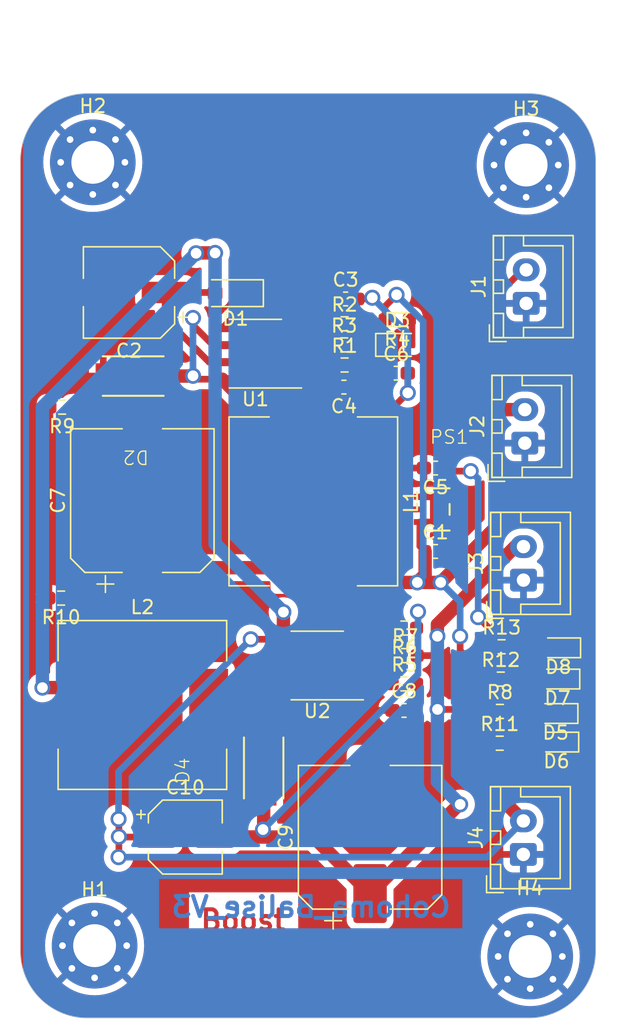
<source format=kicad_pcb>
(kicad_pcb (version 20221018) (generator pcbnew)
  (layers (0 "F.Cu" signal) (31 "B.Cu" signal) (34 "B.Paste" user) (35 "F.Paste" user) (36 "B.SilkS" user "B.Silkscreen") (37 "F.SilkS" user "F.Silkscreen") (38 "B.Mask" user) (39 "F.Mask" user) (44 "Edge.Cuts" user))
  (net 0 "")
  (net 1 "GND")
  (net 2 "+5V")
  (net 3 "Net-(D1-K)")
  (net 4 "Net-(D2-K)")
  (net 5 "Net-(D3-A)")
  (net 6 "Net-(C4-Pad1)")
  (net 7 "+3.3V")
  (net 8 "Net-(C8-Pad2)")
  (net 9 "Routeur")
  (net 10 "Net-(D4-A)")
  (net 11 "Net-(D5-A)")
  (net 12 "Net-(D6-A)")
  (net 13 "Net-(D7-A)")
  (net 14 "Net-(D8-A)")
  (net 16 "Net-(U1-COMP)")
  (net 17 "Net-(U1-FB)")
  (net 18 "Net-(U2-COMP)")
  (net 19 "Net-(U2-FB)")
  (net 21 "+12V")
  (footprint "MountingHole:MountingHole_3.2mm_M3_Pad_Via" (layer "F.Cu") (at 152.480944 56.764256)
    (fp_text reference "H3" (at 0 -4.2) (layer "F.SilkS"))
    (fp_text value "MountingHole_Pad")
    (pad "1" thru_hole circle (at -2.4 0) (size 0.8 0.8) (drill 0.5) (layers "*.Cu" "*.Mask") (net 1 "GND"))
    (pad "1" thru_hole circle (at -1.697056 -1.697056) (size 0.8 0.8) (drill 0.5) (layers "*.Cu" "*.Mask") (net 1 "GND"))
    (pad "1" thru_hole circle (at -1.697056 1.697056) (size 0.8 0.8) (drill 0.5) (layers "*.Cu" "*.Mask") (net 1 "GND"))
    (pad "1" thru_hole circle (at 0 -2.4) (size 0.8 0.8) (drill 0.5) (layers "*.Cu" "*.Mask") (net 1 "GND"))
    (pad "1" thru_hole circle (at 0 0) (size 6.4 6.4) (drill 3.2) (layers "*.Cu" "*.Mask") (net 1 "GND"))
    (pad "1" thru_hole circle (at 0 2.4) (size 0.8 0.8) (drill 0.5) (layers "*.Cu" "*.Mask") (net 1 "GND"))
    (pad "1" thru_hole circle (at 1.697056 -1.697056) (size 0.8 0.8) (drill 0.5) (layers "*.Cu" "*.Mask") (net 1 "GND"))
    (pad "1" thru_hole circle (at 1.697056 1.697056) (size 0.8 0.8) (drill 0.5) (layers "*.Cu" "*.Mask") (net 1 "GND"))
    (pad "1" thru_hole circle (at 2.4 0) (size 0.8 0.8) (drill 0.5) (layers "*.Cu" "*.Mask") (net 1 "GND"))
  )
  (footprint "Resistor_SMD:R_0603_1608Metric_Pad0.98x0.95mm_HandSolder" (layer "F.Cu") (at 142.8477 68.3066 180)
    (fp_text reference "R4" (at 0 -1.43) (layer "F.SilkS"))
    (fp_text value "10Ω")
    (pad "1" smd roundrect (at -0.9125 0 180) (size 0.975 0.95) (layers "F.Cu" "F.Paste" "F.Mask") (net 5 "Net-(D3-A)"))
    (pad "2" smd roundrect (at 0.9125 0 180) (size 0.975 0.95) (layers "F.Cu" "F.Paste" "F.Mask") (net 2 "+5V"))
  )
  (footprint "Capacitor_SMD:C_0603_1608Metric_Pad1.08x0.95mm_HandSolder" (layer "F.Cu") (at 142.7734 72.2944)
    (fp_text reference "C6" (at 0 -1.43) (layer "F.SilkS"))
    (fp_text value "1 µF")
    (pad "1" smd roundrect (at -0.8625 0) (size 1.075 0.95) (layers "F.Cu" "F.Paste" "F.Mask") (net 4 "Net-(D2-K)"))
    (pad "2" smd roundrect (at 0.8625 0) (size 1.075 0.95) (layers "F.Cu" "F.Paste" "F.Mask") (net 4 "Net-(D2-K)"))
  )
  (footprint "Resistor_SMD:R_0603_1608Metric_Pad0.98x0.95mm_HandSolder" (layer "F.Cu") (at 138.8845 70.1862)
    (fp_text reference "R3" (at 0 -1.43) (layer "F.SilkS"))
    (fp_text value "3.7k")
    (pad "1" smd roundrect (at -0.9125 0) (size 0.975 0.95) (layers "F.Cu" "F.Paste" "F.Mask") (net 17 "Net-(U1-FB)"))
    (pad "2" smd roundrect (at 0.9125 0) (size 0.975 0.95) (layers "F.Cu" "F.Paste" "F.Mask") (net 4 "Net-(D2-K)"))
  )
  (footprint "Capacitor_SMD:CP_Elec_10x10.5" (layer "F.Cu") (at 140.8176 106.925 90)
    (fp_text reference "C9" (at 0 -6.3 90) (layer "F.SilkS"))
    (fp_text value "470uF")
    (pad "1" smd roundrect (at -4.2 0 90) (size 4.4 2.5) (layers "F.Cu" "F.Paste" "F.Mask") (roundrect_rratio 0.1) (net 9 "Routeur"))
    (pad "2" smd roundrect (at 4.2 0 90) (size 4.4 2.5) (layers "F.Cu" "F.Paste" "F.Mask") (roundrect_rratio 0.1) (net 1 "GND"))
  )
  (footprint "Resistor_SMD:R_0603_1608Metric_Pad0.98x0.95mm_HandSolder" (layer "F.Cu") (at 143.3838 95.4786)
    (fp_text reference "R5" (at 0 -1.43) (layer "F.SilkS"))
    (fp_text value "1k")
    (pad "1" smd roundrect (at -0.9125 0) (size 0.975 0.95) (layers "F.Cu" "F.Paste" "F.Mask") (net 18 "Net-(U2-COMP)"))
    (pad "2" smd roundrect (at 0.9125 0) (size 0.975 0.95) (layers "F.Cu" "F.Paste" "F.Mask") (net 8 "Net-(C8-Pad2)"))
  )
  (footprint "LED_SMD:LED_0603_1608Metric_Pad1.05x0.95mm_HandSolder" (layer "F.Cu") (at 154.7482 99.822 180)
    (fp_text reference "D6" (at 0 -1.43) (layer "F.SilkS"))
    (fp_text value "LED")
    (pad "1" smd roundrect (at -0.875 0 180) (size 1.05 0.95) (layers "F.Cu" "F.Paste" "F.Mask") (net 1 "GND"))
    (pad "2" smd roundrect (at 0.875 0 180) (size 1.05 0.95) (layers "F.Cu" "F.Paste" "F.Mask") (net 12 "Net-(D6-A)"))
  )
  (footprint "MountingHole:MountingHole_3.2mm_M3_Pad_Via" (layer "F.Cu") (at 120.2306 115.0112)
    (fp_text reference "H1" (at 0 -4.2) (layer "F.SilkS"))
    (fp_text value "MountingHole_Pad")
    (pad "1" thru_hole circle (at -2.4 0) (size 0.8 0.8) (drill 0.5) (layers "*.Cu" "*.Mask") (net 1 "GND"))
    (pad "1" thru_hole circle (at -1.697056 -1.697056) (size 0.8 0.8) (drill 0.5) (layers "*.Cu" "*.Mask") (net 1 "GND"))
    (pad "1" thru_hole circle (at -1.697056 1.697056) (size 0.8 0.8) (drill 0.5) (layers "*.Cu" "*.Mask") (net 1 "GND"))
    (pad "1" thru_hole circle (at 0 -2.4) (size 0.8 0.8) (drill 0.5) (layers "*.Cu" "*.Mask") (net 1 "GND"))
    (pad "1" thru_hole circle (at 0 0) (size 6.4 6.4) (drill 3.2) (layers "*.Cu" "*.Mask") (net 1 "GND"))
    (pad "1" thru_hole circle (at 0 2.4) (size 0.8 0.8) (drill 0.5) (layers "*.Cu" "*.Mask") (net 1 "GND"))
    (pad "1" thru_hole circle (at 1.697056 -1.697056) (size 0.8 0.8) (drill 0.5) (layers "*.Cu" "*.Mask") (net 1 "GND"))
    (pad "1" thru_hole circle (at 1.697056 1.697056) (size 0.8 0.8) (drill 0.5) (layers "*.Cu" "*.Mask") (net 1 "GND"))
    (pad "1" thru_hole circle (at 2.4 0) (size 0.8 0.8) (drill 0.5) (layers "*.Cu" "*.Mask") (net 1 "GND"))
  )
  (footprint "Footprints_Balise:PS1" (layer "F.Cu") (at 146.7339 77.5611)
    (fp_text reference "PS1" (at 0 -0.5 unlocked) (layer "F.SilkS") (effects (font (thickness 0.1))))
    (fp_text value "BU33SD5WG-TR")
    (pad "1" smd rect (at -2.1955 3.9602) (size 0.9144 0.4318) (layers "F.Cu" "F.Paste" "F.Mask") (net 2 "+5V"))
    (pad "2" smd rect (at -2.1955 4.9) (size 0.9144 0.4318) (layers "F.Cu" "F.Paste" "F.Mask") (net 1 "GND"))
    (pad "3" smd rect (at -2.1955 5.8398) (size 0.9144 0.4318) (layers "F.Cu" "F.Paste" "F.Mask") (net 2 "+5V"))
    (pad "4" smd rect (at 0.3953 5.8525) (size 0.9144 0.4318) (layers "F.Cu" "F.Paste" "F.Mask"))
    (pad "5" smd rect (at 0.3953 3.9475) (size 0.9144 0.4318) (layers "F.Cu" "F.Paste" "F.Mask") (net 7 "+3.3V"))
  )
  (footprint "Capacitor_SMD:CP_Elec_5x5.4" (layer "F.Cu") (at 127.0098 106.9086)
    (fp_text reference "C10" (at 0 -3.7) (layer "F.SilkS"))
    (fp_text value "22uF")
    (pad "1" smd roundrect (at -2.2 0) (size 3 1.6) (layers "F.Cu" "F.Paste" "F.Mask") (roundrect_rratio 0.15625) (net 21 "+12V"))
    (pad "2" smd roundrect (at 2.2 0) (size 3 1.6) (layers "F.Cu" "F.Paste" "F.Mask") (roundrect_rratio 0.15625) (net 9 "Routeur"))
  )
  (footprint "Inductor_SMD:L_Wuerth_WE-PD-Typ-LS" (layer "F.Cu") (at 136.5758 81.8612 -90)
    (fp_text reference "L1" (at 0 -7.3 90) (layer "F.SilkS"))
    (fp_text value "100 µH")
    (pad "1" smd rect (at -4.95 0 270) (size 2.9 5.4) (layers "F.Cu" "F.Paste" "F.Mask") (net 4 "Net-(D2-K)"))
    (pad "2" smd rect (at 4.95 0 270) (size 2.9 5.4) (layers "F.Cu" "F.Paste" "F.Mask") (net 2 "+5V"))
  )
  (footprint "Diode_SMD:D_SOD-323F" (layer "F.Cu") (at 142.8507 70.1862)
    (fp_text reference "D3" (at 0 -1.85) (layer "F.SilkS"))
    (fp_text value "1N4148")
    (pad "1" smd roundrect (at -1.1 0) (size 0.5 0.5) (layers "F.Cu" "F.Paste" "F.Mask") (net 4 "Net-(D2-K)"))
    (pad "2" smd roundrect (at 1.1 0) (size 0.5 0.5) (layers "F.Cu" "F.Paste" "F.Mask") (net 5 "Net-(D3-A)"))
  )
  (footprint "Package_SO:SOIC-8-1EP_3.9x4.9mm_P1.27mm_EP2.29x3mm" (layer "F.Cu") (at 136.8694 94.107 180)
    (fp_text reference "U2" (at 0 -3.4) (layer "F.SilkS"))
    (fp_text value "MIC3172YM")
    (pad "1" smd roundrect (at -2.475 -1.905 180) (size 1.95 0.6) (layers "F.Cu" "F.Paste" "F.Mask") (net 1 "GND"))
    (pad "2" smd roundrect (at -2.475 -0.635 180) (size 1.95 0.6) (layers "F.Cu" "F.Paste" "F.Mask") (net 18 "Net-(U2-COMP)"))
    (pad "3" smd roundrect (at -2.475 0.635 180) (size 1.95 0.6) (layers "F.Cu" "F.Paste" "F.Mask") (net 19 "Net-(U2-FB)"))
    (pad "4" smd roundrect (at -2.475 1.905 180) (size 1.95 0.6) (layers "F.Cu" "F.Paste" "F.Mask"))
    (pad "5" smd roundrect (at 2.475 1.905 180) (size 1.95 0.6) (layers "F.Cu" "F.Paste" "F.Mask") (net 21 "+12V"))
    (pad "6" smd roundrect (at 2.475 0.635 180) (size 1.95 0.6) (layers "F.Cu" "F.Paste" "F.Mask") (net 1 "GND"))
    (pad "7" smd roundrect (at 2.475 -0.635 180) (size 1.95 0.6) (layers "F.Cu" "F.Paste" "F.Mask") (net 10 "Net-(D4-A)"))
    (pad "8" smd roundrect (at 2.475 -1.905 180) (size 1.95 0.6) (layers "F.Cu" "F.Paste" "F.Mask") (net 1 "GND"))
    (pad "9" smd rect (at 0 0 180) (size 2.29 3) (layers "F.Cu" "F.Mask"))
  )
  (footprint "LED_SMD:LED_0603_1608Metric_Pad1.05x0.95mm_HandSolder" (layer "F.Cu") (at 154.8892 92.7862 180)
    (fp_text reference "D8" (at 0 -1.43) (layer "F.SilkS"))
    (fp_text value "LED")
    (pad "1" smd roundrect (at -0.875 0 180) (size 1.05 0.95) (layers "F.Cu" "F.Paste" "F.Mask") (net 1 "GND"))
    (pad "2" smd roundrect (at 0.875 0 180) (size 1.05 0.95) (layers "F.Cu" "F.Paste" "F.Mask") (net 14 "Net-(D8-A)"))
  )
  (footprint "Resistor_SMD:R_0603_1608Metric_Pad0.98x0.95mm_HandSolder" (layer "F.Cu") (at 117.8052 74.8284 180)
    (fp_text reference "R9" (at 0 -1.43) (layer "F.SilkS"))
    (fp_text value "100")
    (pad "1" smd roundrect (at -0.9125 0 180) (size 0.975 0.95) (layers "F.Cu" "F.Paste" "F.Mask") (net 2 "+5V"))
    (pad "2" smd roundrect (at 0.9125 0 180) (size 0.975 0.95) (layers "F.Cu" "F.Paste" "F.Mask") (net 1 "GND"))
  )
  (footprint "Capacitor_SMD:C_0603_1608Metric_Pad1.08x0.95mm_HandSolder" (layer "F.Cu") (at 138.8629 73.3358 180)
    (fp_text reference "C4" (at 0 -1.43) (layer "F.SilkS"))
    (fp_text value "1 µF")
    (pad "1" smd roundrect (at -0.8625 0 180) (size 1.075 0.95) (layers "F.Cu" "F.Paste" "F.Mask") (net 6 "Net-(C4-Pad1)"))
    (pad "2" smd roundrect (at 0.8625 0 180) (size 1.075 0.95) (layers "F.Cu" "F.Paste" "F.Mask") (net 4 "Net-(D2-K)"))
  )
  (footprint "Connector_JST:JST_XH_B2B-XH-A_1x02_P2.50mm_Vertical" (layer "F.Cu") (at 152.273 108.204 90)
    (fp_text reference "J4" (at 1.25 -3.55 90) (layer "F.SilkS"))
    (fp_text value "Conn_01x02")
    (pad "1" thru_hole roundrect (at 0 0 90) (size 1.7 2) (drill 1) (layers "*.Cu" "*.Mask") (roundrect_rratio 0.147059) (net 1 "GND"))
    (pad "2" thru_hole oval (at 2.5 0 90) (size 1.7 2) (drill 1) (layers "*.Cu" "*.Mask") (net 21 "+12V"))
  )
  (footprint "Footprints_Balise:Diode_Shottky" (layer "F.Cu") (at 127.3136 101.9524 90)
    (fp_text reference "D4" (at 0 -0.5 90 unlocked) (layer "F.SilkS") (effects (font (thickness 0.1))))
    (fp_text value "FSV330AF")
    (pad "1" smd rect (at -2.0352 5.5538 90) (size 1.143 1.905) (layers "F.Cu" "F.Paste" "F.Mask") (net 9 "Routeur"))
    (pad "2" smd rect (at 2.4352 5.5538 90) (size 1.143 1.905) (layers "F.Cu" "F.Paste" "F.Mask") (net 10 "Net-(D4-A)"))
    (zone (net 0) (net_name "") (layer "F.Cu") (connect_pads (clearance 0)) (min_thickness 0.254)
      (keepout (tracks not_allowed) (vias not_allowed) (pads allowed) (copperpour not_allowed) (footprints allowed))
      (fill (thermal_gap 0.508) (thermal_bridge_width 0.508))
      (polygon (pts (xy 131.572 103.3653) (xy 131.572 100.1395) (xy 134.1628 100.1395) (xy 134.1628 103.3653)))
    )
  )
  (footprint "Diode_SMD:D_SOD-123F" (layer "F.Cu") (at 130.6322 66.3254 180)
    (fp_text reference "D1" (at -0.127 -1.905) (layer "F.SilkS"))
    (fp_text value "1N4148")
    (pad "1" smd roundrect (at -1.4 0 180) (size 1.1 1.1) (layers "F.Cu" "F.Paste" "F.Mask") (roundrect_rratio 0.2272727273) (net 3 "Net-(D1-K)"))
    (pad "2" smd roundrect (at 1.4 0 180) (size 1.1 1.1) (layers "F.Cu" "F.Paste" "F.Mask") (roundrect_rratio 0.2272727273) (net 21 "+12V"))
  )
  (footprint "Resistor_SMD:R_0603_1608Metric_Pad0.98x0.95mm_HandSolder" (layer "F.Cu") (at 117.729 89.0778 180)
    (fp_text reference "R10" (at 0 -1.43) (layer "F.SilkS"))
    (fp_text value "100")
    (pad "1" smd roundrect (at -0.9125 0 180) (size 0.975 0.95) (layers "F.Cu" "F.Paste" "F.Mask") (net 2 "+5V"))
    (pad "2" smd roundrect (at 0.9125 0 180) (size 0.975 0.95) (layers "F.Cu" "F.Paste" "F.Mask") (net 1 "GND"))
  )
  (footprint "Connector_JST:JST_XH_B2B-XH-A_1x02_P2.50mm_Vertical" (layer "F.Cu") (at 152.4846 67.0868 90)
    (fp_text reference "J1" (at 1.25 -3.55 90) (layer "F.SilkS"))
    (fp_text value "Conn_01x02")
    (pad "1" thru_hole roundrect (at 0 0 90) (size 1.7 2) (drill 1) (layers "*.Cu" "*.Mask") (roundrect_rratio 0.147059) (net 1 "GND"))
    (pad "2" thru_hole oval (at 2.5 0 90) (size 1.7 2) (drill 1) (layers "*.Cu" "*.Mask") (net 7 "+3.3V"))
  )
  (footprint "LED_SMD:LED_0603_1608Metric_Pad1.05x0.95mm_HandSolder" (layer "F.Cu") (at 154.8278 95.1196 180)
    (fp_text reference "D7" (at 0 -1.43) (layer "F.SilkS"))
    (fp_text value "LED")
    (pad "1" smd roundrect (at -0.875 0 180) (size 1.05 0.95) (layers "F.Cu" "F.Paste" "F.Mask") (net 1 "GND"))
    (pad "2" smd roundrect (at 0.875 0 180) (size 1.05 0.95) (layers "F.Cu" "F.Paste" "F.Mask") (net 13 "Net-(D7-A)"))
  )
  (footprint "Connector_JST:JST_XH_B2B-XH-A_1x02_P2.50mm_Vertical" (layer "F.Cu") (at 152.383 77.5154 90)
    (fp_text reference "J2" (at 1.25 -3.55 90) (layer "F.SilkS"))
    (fp_text value "Conn_01x02")
    (pad "1" thru_hole roundrect (at 0 0 90) (size 1.7 2) (drill 1) (layers "*.Cu" "*.Mask") (roundrect_rratio 0.147059) (net 1 "GND"))
    (pad "2" thru_hole oval (at 2.5 0 90) (size 1.7 2) (drill 1) (layers "*.Cu" "*.Mask") (net 2 "+5V"))
  )
  (footprint "Resistor_SMD:R_0603_1608Metric_Pad0.98x0.95mm_HandSolder" (layer "F.Cu") (at 143.3819 91.313 180)
    (fp_text reference "R6" (at 0 -1.43) (layer "F.SilkS"))
    (fp_text value "10.7k")
    (pad "1" smd roundrect (at -0.9125 0 180) (size 0.975 0.95) (layers "F.Cu" "F.Paste" "F.Mask") (net 9 "Routeur"))
    (pad "2" smd roundrect (at 0.9125 0 180) (size 0.975 0.95) (layers "F.Cu" "F.Paste" "F.Mask") (net 19 "Net-(U2-FB)"))
  )
  (footprint "Inductor_SMD:L_Wuerth_WE-PD-Typ-LS" (layer "F.Cu") (at 123.8026 97.0534)
    (fp_text reference "L2" (at 0 -7.3) (layer "F.SilkS"))
    (fp_text value "100 µH")
    (pad "1" smd rect (at -4.95 0) (size 2.9 5.4) (layers "F.Cu" "F.Paste" "F.Mask") (net 21 "+12V"))
    (pad "2" smd rect (at 4.95 0) (size 2.9 5.4) (layers "F.Cu" "F.Paste" "F.Mask") (net 10 "Net-(D4-A)"))
  )
  (footprint "Capacitor_SMD:C_0603_1608Metric_Pad1.08x0.95mm_HandSolder" (layer "F.Cu") (at 143.3576 97.4598)
    (fp_text reference "C8" (at 0 -1.43) (layer "F.SilkS"))
    (fp_text value "1µF")
    (pad "1" smd roundrect (at -0.8625 0) (size 1.075 0.95) (layers "F.Cu" "F.Paste" "F.Mask") (net 1 "GND"))
    (pad "2" smd roundrect (at 0.8625 0) (size 1.075 0.95) (layers "F.Cu" "F.Paste" "F.Mask") (net 8 "Net-(C8-Pad2)"))
  )
  (footprint "Footprints_Balise:Diode_Shottky" (layer "F.Cu") (at 123.3138 78.0645 180)
    (fp_text reference "D2" (at 0 -0.5 180 unlocked) (layer "F.SilkS") (effects (font (thickness 0.1))))
    (fp_text value "FSV330AF")
    (pad "1" smd rect (at -2.0352 5.5538 180) (size 1.143 1.905) (layers "F.Cu" "F.Paste" "Dwgs.User") (net 4 "Net-(D2-K)") (clearance 0.001))
    (pad "2" smd rect (at 2.4352 5.5538 180) (size 1.143 1.905) (layers "F.Cu" "F.Paste" "F.Mask") (net 1 "GND"))
    (zone (net 0) (net_name "") (layer "F.Cu") (connect_pads (clearance 0)) (min_thickness 0.254)
      (keepout (tracks not_allowed) (vias not_allowed) (pads allowed) (copperpour not_allowed) (footprints allowed))
      (fill (thermal_gap 0.508) (thermal_bridge_width 0.508))
      (polygon (pts (xy 124.7267 73.8061) (xy 121.5009 73.8061) (xy 121.5009 71.2153) (xy 124.7267 71.2153)))
    )
  )
  (footprint "Resistor_SMD:R_0603_1608Metric_Pad0.98x0.95mm_HandSolder" (layer "F.Cu") (at 150.507 99.9054)
    (fp_text reference "R11" (at 0 -1.43) (layer "F.SilkS"))
    (fp_text value "666")
    (pad "1" smd roundrect (at -0.9125 0) (size 0.975 0.95) (layers "F.Cu" "F.Paste" "F.Mask") (net 21 "+12V"))
    (pad "2" smd roundrect (at 0.9125 0) (size 0.975 0.95) (layers "F.Cu" "F.Paste" "F.Mask") (net 12 "Net-(D6-A)"))
  )
  (footprint "Resistor_SMD:R_0603_1608Metric_Pad0.98x0.95mm_HandSolder" (layer "F.Cu") (at 138.9137 71.6848)
    (fp_text reference "R1" (at 0 -1.43) (layer "F.SilkS"))
    (fp_text value "470")
    (pad "1" smd roundrect (at -0.9125 0) (size 0.975 0.95) (layers "F.Cu" "F.Paste" "F.Mask") (net 16 "Net-(U1-COMP)"))
    (pad "2" smd roundrect (at 0.9125 0) (size 0.975 0.95) (layers "F.Cu" "F.Paste" "F.Mask") (net 6 "Net-(C4-Pad1)"))
  )
  (footprint "Capacitor_SMD:C_0603_1608Metric" (layer "F.Cu") (at 145.7068 85.598)
    (fp_text reference "C1" (at 0 -1.43) (layer "F.SilkS"))
    (fp_text value "0.47u")
    (pad "1" smd roundrect (at -0.775 0) (size 0.9 0.95) (layers "F.Cu" "F.Paste" "F.Mask") (net 2 "+5V"))
    (pad "2" smd roundrect (at 0.775 0) (size 0.9 0.95) (layers "F.Cu" "F.Paste" "F.Mask") (net 1 "GND"))
  )
  (footprint "Resistor_SMD:R_0603_1608Metric_Pad0.98x0.95mm_HandSolder" (layer "F.Cu") (at 150.5866 95.123)
    (fp_text reference "R12" (at 0 -1.43) (layer "F.SilkS"))
    (fp_text value "277")
    (pad "1" smd roundrect (at -0.9125 0) (size 0.975 0.95) (layers "F.Cu" "F.Paste" "F.Mask") (net 2 "+5V"))
    (pad "2" smd roundrect (at 0.9125 0) (size 0.975 0.95) (layers "F.Cu" "F.Paste" "F.Mask") (net 13 "Net-(D7-A)"))
  )
  (footprint "Capacitor_SMD:CP_Elec_6.3x7.7" (layer "F.Cu") (at 122.8014 66.2746 180)
    (fp_text reference "C2" (at 0 -4.35) (layer "F.SilkS"))
    (fp_text value "100uF")
    (pad "1" smd roundrect (at -2.7 0 180) (size 3.5 1.6) (layers "F.Cu" "F.Paste" "F.Mask") (roundrect_rratio 0.15625) (net 21 "+12V"))
    (pad "2" smd roundrect (at 2.7 0 180) (size 3.5 1.6) (layers "F.Cu" "F.Paste" "F.Mask") (roundrect_rratio 0.15625) (net 1 "GND"))
  )
  (footprint "Capacitor_SMD:CP_Elec_10x10.5" (layer "F.Cu") (at 123.7996 81.803 90)
    (fp_text reference "C7" (at 0 -6.3 90) (layer "F.SilkS"))
    (fp_text value "330uF")
    (pad "1" smd roundrect (at -4.2 0 90) (size 4.4 2.5) (layers "F.Cu" "F.Paste" "F.Mask") (roundrect_rratio 0.1) (net 2 "+5V"))
    (pad "2" smd roundrect (at 4.2 0 90) (size 4.4 2.5) (layers "F.Cu" "F.Paste" "F.Mask") (roundrect_rratio 0.1) (net 1 "GND"))
  )
  (footprint "Resistor_SMD:R_0603_1608Metric_Pad0.98x0.95mm_HandSolder" (layer "F.Cu") (at 150.648 92.7096)
    (fp_text reference "R13" (at 0 -1.43) (layer "F.SilkS"))
    (fp_text value "183")
    (pad "1" smd roundrect (at -0.9125 0) (size 0.975 0.95) (layers "F.Cu" "F.Paste" "F.Mask") (net 7 "+3.3V"))
    (pad "2" smd roundrect (at 0.9125 0) (size 0.975 0.95) (layers "F.Cu" "F.Paste" "F.Mask") (net 14 "Net-(D8-A)"))
  )
  (footprint "Capacitor_SMD:C_0603_1608Metric_Pad1.08x0.95mm_HandSolder" (layer "F.Cu") (at 138.9899 66.7572)
    (fp_text reference "C3" (at 0 -1.43) (layer "F.SilkS"))
    (fp_text value "2.2 µF")
    (pad "1" smd roundrect (at -0.8625 0) (size 1.075 0.95) (layers "F.Cu" "F.Paste" "F.Mask") (net 3 "Net-(D1-K)"))
    (pad "2" smd roundrect (at 0.8625 0) (size 1.075 0.95) (layers "F.Cu" "F.Paste" "F.Mask") (net 4 "Net-(D2-K)"))
  )
  (footprint "Resistor_SMD:R_0603_1608Metric_Pad0.98x0.95mm_HandSolder" (layer "F.Cu") (at 138.9118 68.6114)
    (fp_text reference "R2" (at 0 -1.43) (layer "F.SilkS"))
    (fp_text value "1.2 k")
    (pad "1" smd roundrect (at -0.9125 0) (size 0.975 0.95) (layers "F.Cu" "F.Paste" "F.Mask") (net 17 "Net-(U1-FB)"))
    (pad "2" smd roundrect (at 0.9125 0) (size 0.975 0.95) (layers "F.Cu" "F.Paste" "F.Mask") (net 4 "Net-(D2-K)"))
  )
  (footprint "Resistor_SMD:R_0603_1608Metric_Pad0.98x0.95mm_HandSolder" (layer "F.Cu") (at 150.5223 97.536)
    (fp_text reference "R8" (at 0 -1.43) (layer "F.SilkS"))
    (fp_text value "1k")
    (pad "1" smd roundrect (at -0.9125 0) (size 0.975 0.95) (layers "F.Cu" "F.Paste" "F.Mask") (net 9 "Routeur"))
    (pad "2" smd roundrect (at 0.9125 0) (size 0.975 0.95) (layers "F.Cu" "F.Paste" "F.Mask") (net 11 "Net-(D5-A)"))
  )
  (footprint "Connector_JST:JST_XH_B2B-XH-A_1x02_P2.50mm_Vertical" (layer "F.Cu") (at 152.2814 87.737 90)
    (fp_text reference "J3" (at 1.25 -3.55 90) (layer "F.SilkS"))
    (fp_text value "Conn_01x02")
    (pad "1" thru_hole roundrect (at 0 0 90) (size 1.7 2) (drill 1) (layers "*.Cu" "*.Mask") (roundrect_rratio 0.147059) (net 1 "GND"))
    (pad "2" thru_hole oval (at 2.5 0 90) (size 1.7 2) (drill 1) (layers "*.Cu" "*.Mask") (net 9 "Routeur"))
  )
  (footprint "MountingHole:MountingHole_3.2mm_M3_Pad_Via" (layer "F.Cu") (at 120.095944 56.561056)
    (fp_text reference "H2" (at 0 -4.2) (layer "F.SilkS"))
    (fp_text value "MountingHole_Pad")
    (pad "1" thru_hole circle (at -2.4 0) (size 0.8 0.8) (drill 0.5) (layers "*.Cu" "*.Mask") (net 1 "GND"))
    (pad "1" thru_hole circle (at -1.697056 -1.697056) (size 0.8 0.8) (drill 0.5) (layers "*.Cu" "*.Mask") (net 1 "GND"))
    (pad "1" thru_hole circle (at -1.697056 1.697056) (size 0.8 0.8) (drill 0.5) (layers "*.Cu" "*.Mask") (net 1 "GND"))
    (pad "1" thru_hole circle (at 0 -2.4) (size 0.8 0.8) (drill 0.5) (layers "*.Cu" "*.Mask") (net 1 "GND"))
    (pad "1" thru_hole circle (at 0 0) (size 6.4 6.4) (drill 3.2) (layers "*.Cu" "*.Mask") (net 1 "GND"))
    (pad "1" thru_hole circle (at 0 2.4) (size 0.8 0.8) (drill 0.5) (layers "*.Cu" "*.Mask") (net 1 "GND"))
    (pad "1" thru_hole circle (at 1.697056 -1.697056) (size 0.8 0.8) (drill 0.5) (layers "*.Cu" "*.Mask") (net 1 "GND"))
    (pad "1" thru_hole circle (at 1.697056 1.697056) (size 0.8 0.8) (drill 0.5) (layers "*.Cu" "*.Mask") (net 1 "GND"))
    (pad "1" thru_hole circle (at 2.4 0) (size 0.8 0.8) (drill 0.5) (layers "*.Cu" "*.Mask") (net 1 "GND"))
  )
  (footprint "Capacitor_SMD:C_0603_1608Metric_Pad1.08x0.95mm_HandSolder" (layer "F.Cu") (at 145.7057 79.375 180)
    (fp_text reference "C5" (at 0 -1.43) (layer "F.SilkS"))
    (fp_text value "0.47u")
    (pad "1" smd roundrect (at -0.8625 0 180) (size 1.075 0.95) (layers "F.Cu" "F.Paste" "F.Mask") (net 7 "+3.3V"))
    (pad "2" smd roundrect (at 0.8625 0 180) (size 1.075 0.95) (layers "F.Cu" "F.Paste" "F.Mask") (net 1 "GND"))
  )
  (footprint "MountingHole:MountingHole_3.2mm_M3_Pad_Via" (layer "F.Cu") (at 152.785744 115.819256)
    (fp_text reference "H4" (at -0.0424 -5.0944) (layer "F.SilkS"))
    (fp_text value "MountingHole_Pad")
    (pad "1" thru_hole circle (at -2.4 0) (size 0.8 0.8) (drill 0.5) (layers "*.Cu" "*.Mask") (net 1 "GND"))
    (pad "1" thru_hole circle (at -1.697056 -1.697056) (size 0.8 0.8) (drill 0.5) (layers "*.Cu" "*.Mask") (net 1 "GND"))
    (pad "1" thru_hole circle (at -1.697056 1.697056) (size 0.8 0.8) (drill 0.5) (layers "*.Cu" "*.Mask") (net 1 "GND"))
    (pad "1" thru_hole circle (at 0 -2.4) (size 0.8 0.8) (drill 0.5) (layers "*.Cu" "*.Mask") (net 1 "GND"))
    (pad "1" thru_hole circle (at 0 0) (size 6.4 6.4) (drill 3.2) (layers "*.Cu" "*.Mask") (net 1 "GND"))
    (pad "1" thru_hole circle (at 0 2.4) (size 0.8 0.8) (drill 0.5) (layers "*.Cu" "*.Mask") (net 1 "GND"))
    (pad "1" thru_hole circle (at 1.697056 -1.697056) (size 0.8 0.8) (drill 0.5) (layers "*.Cu" "*.Mask") (net 1 "GND"))
    (pad "1" thru_hole circle (at 1.697056 1.697056) (size 0.8 0.8) (drill 0.5) (layers "*.Cu" "*.Mask") (net 1 "GND"))
    (pad "1" thru_hole circle (at 2.4 0) (size 0.8 0.8) (drill 0.5) (layers "*.Cu" "*.Mask") (net 1 "GND"))
  )
  (footprint "Resistor_SMD:R_0603_1608Metric_Pad0.98x0.95mm_HandSolder" (layer "F.Cu") (at 143.4308 93.3704)
    (fp_text reference "R7" (at 0 -1.43) (layer "F.SilkS"))
    (fp_text value "1.24k")
    (pad "1" smd roundrect (at -0.9125 0) (size 0.975 0.95) (layers "F.Cu" "F.Paste" "F.Mask") (net 19 "Net-(U2-FB)"))
    (pad "2" smd roundrect (at 0.9125 0) (size 0.975 0.95) (layers "F.Cu" "F.Paste" "F.Mask") (net 1 "GND"))
  )
  (footprint "LED_SMD:LED_0603_1608Metric_Pad1.05x0.95mm_HandSolder" (layer "F.Cu") (at 154.6873 97.6912 180)
    (fp_text reference "D5" (at 0 -1.43) (layer "F.SilkS"))
    (fp_text value "LED")
    (pad "1" smd roundrect (at -0.875 0 180) (size 1.05 0.95) (layers "F.Cu" "F.Paste" "F.Mask") (net 1 "GND"))
    (pad "2" smd roundrect (at 0.875 0 180) (size 1.05 0.95) (layers "F.Cu" "F.Paste" "F.Mask") (net 11 "Net-(D5-A)"))
  )
  (footprint "Package_SO:SOIC-8-1EP_3.9x4.9mm_P1.27mm_EP2.29x3mm" (layer "F.Cu") (at 132.2466 70.8392 180)
    (fp_text reference "U1" (at 0 -3.4) (layer "F.SilkS"))
    (fp_text value "MIC3172YM")
    (pad "1" smd roundrect (at -2.475 -1.905 180) (size 1.95 0.6) (layers "F.Cu" "F.Paste" "F.Mask") (net 4 "Net-(D2-K)"))
    (pad "2" smd roundrect (at -2.475 -0.635 180) (size 1.95 0.6) (layers "F.Cu" "F.Paste" "F.Mask") (net 16 "Net-(U1-COMP)"))
    (pad "3" smd roundrect (at -2.475 0.635 180) (size 1.95 0.6) (layers "F.Cu" "F.Paste" "F.Mask") (net 17 "Net-(U1-FB)"))
    (pad "4" smd roundrect (at -2.475 1.905 180) (size 1.95 0.6) (layers "F.Cu" "F.Paste" "F.Mask") (net 3 "Net-(D1-K)"))
    (pad "5" smd roundrect (at 2.475 1.905 180) (size 1.95 0.6) (layers "F.Cu" "F.Paste" "F.Mask") (net 3 "Net-(D1-K)"))
    (pad "6" smd roundrect (at 2.475 0.635 180) (size 1.95 0.6) (layers "F.Cu" "F.Paste" "F.Mask") (net 4 "Net-(D2-K)"))
    (pad "7" smd roundrect (at 2.475 -0.635 180) (size 1.95 0.6) (layers "F.Cu" "F.Paste" "F.Mask") (net 21 "+12V"))
    (pad "8" smd roundrect (at 2.475 -1.905 180) (size 1.95 0.6) (layers "F.Cu" "F.Paste" "F.Mask") (net 4 "Net-(D2-K)"))
    (pad "9" smd rect (at 0 0 180) (size 2.29 3) (layers "F.Cu" "F.Mask"))
  )
  (gr_line (start 119.6832 51.4176) (end 152.6832 51.4176) (stroke (width 0.05)) (layer "Edge.Cuts"))
  (gr_line (start 114.6832 115.4176) (end 114.6832 56.4176) (stroke (width 0.05)) (layer "Edge.Cuts"))
  (gr_line (start 152.6832 120.4176) (end 119.6832 120.4176) (stroke (width 0.05)) (layer "Edge.Cuts"))
  (gr_arc (start 114.6832 56.4176) (mid 116.147666 52.882066) (end 119.6832 51.4176) (stroke (width 0.05)) (layer "Edge.Cuts"))
  (gr_arc (start 119.6832 120.4176) (mid 116.147666 118.953134) (end 114.6832 115.4176) (stroke (width 0.05)) (layer "Edge.Cuts"))
  (gr_arc (start 152.6832 51.4176) (mid 156.218734 52.882066) (end 157.6832 56.4176) (stroke (width 0.05)) (layer "Edge.Cuts"))
  (gr_line (start 157.6832 56.4176) (end 157.6832 115.4176) (stroke (width 0.05)) (layer "Edge.Cuts"))
  (gr_arc (start 157.6832 115.4176) (mid 156.218734 118.953134) (end 152.6832 120.4176) (stroke (width 0.05)) (layer "Edge.Cuts"))
  (gr_text "Buck" (at 135 63) (layer "F.Cu") (effects (font (size 1.5 1.5) (thickness 0.3) bold) (justify left bottom)))
  (gr_text "Boost" (at 128 114) (layer "F.Cu") (effects (font (size 1.5 1.5) (thickness 0.3) bold) (justify left bottom)))
  (gr_text "Cohoma_Balise_V3\n" (at 147 113) (layer "B.Cu") (effects (font (size 1.5 1.5) (thickness 0.3) bold) (justify left bottom mirror)))
  (segment (start 118.7177 80.9211) (end 123.7996 86.003) (width 1) (layer "F.Cu") (net 2))
  (segment (start 124.6078 86.8112) (end 123.7996 86.003) (width 1) (layer "F.Cu") (net 2))
  (segment (start 146.094969 87.9094) (end 144.3482 87.9094) (width 1) (layer "F.Cu") (net 2))
  (segment (start 150.383 75.0154) (end 150.383 83.621369) (width 1) (layer "F.Cu") (net 2))
  (segment (start 144.3482 87.9094) (end 137.674 87.9094) (width 1) (layer "F.Cu") (net 2))
  (segment (start 147.5486 92.9975) (end 147.5486 91.9226) (width 0.5) (layer "F.Cu") (net 2))
  (segment (start 144.9318 87.3258) (end 144.3482 87.9094) (width 1) (layer "F.Cu") (net 2))
  (segment (start 145.5456 81.5713) (end 145.5456 83.3509) (width 0.5) (layer "F.Cu") (net 2))
  (segment (start 145.4956 83.4009) (end 144.5384 83.4009) (width 0.5) (layer "F.Cu") (net 2))
  (segment (start 144.5384 85.2046) (end 144.9318 85.598) (width 0.5) (layer "F.Cu") (net 2))
  (segment (start 137.674 87.9094) (end 136.5758 86.8112) (width 1) (layer "F.Cu") (net 2))
  (segment (start 144.5384 81.5213) (end 145.4956 81.5213) (width 0.5) (layer "F.Cu") (net 2))
  (segment (start 150.383 83.621369) (end 146.094969 87.9094) (width 1) (layer "F.Cu") (net 2))
  (segment (start 144.9318 85.598) (end 144.9318 87.3258) (width 1) (layer "F.Cu") (net 2))
  (segment (start 141.9352 67.31) (end 142.7988 66.4464) (width 0.5) (layer "F.Cu") (net 2))
  (segment (start 136.5758 86.8112) (end 124.6078 86.8112) (width 1) (layer "F.Cu") (net 2))
  (segment (start 149.6741 95.123) (end 147.5486 92.9975) (width 0.5) (layer "F.Cu") (net 2))
  (segment (start 118.6415 89.0778) (end 120.7248 89.0778) (width 1) (layer "F.Cu") (net 2))
  (segment (start 118.7177 74.8284) (end 118.7177 80.9211) (width 1) (layer "F.Cu") (net 2))
  (segment (start 141.9352 68.3066) (end 141.9352 67.31) (width 0.5) (layer "F.Cu") (net 2))
  (segment (start 144.5384 83.4009) (end 144.5384 85.2046) (width 0.5) (layer "F.Cu") (net 2))
  (segment (start 120.7248 89.0778) (end 123.7996 86.003) (width 1) (layer "F.Cu") (net 2))
  (segment (start 145.4956 81.5213) (end 145.5456 81.5713) (width 0.5) (layer "F.Cu") (net 2))
  (segment (start 152.383 75.0154) (end 150.383 75.0154) (width 1) (layer "F.Cu") (net 2))
  (segment (start 145.5456 83.3509) (end 145.4956 83.4009) (width 0.5) (layer "F.Cu") (net 2))
  (via (at 146.094969 87.9094) (size 1.2) (drill 0.8) (layers "F.Cu" "B.Cu") (net 2))
  (via (at 144.3482 87.9094) (size 1.2) (drill 0.8) (layers "F.Cu" "B.Cu") (net 2))
  (via (at 147.5486 91.9226) (size 1.2) (drill 0.8) (layers "F.Cu" "B.Cu") (net 2))
  (via (at 142.7988 66.4464) (size 1.2) (drill 0.8) (layers "F.Cu" "B.Cu") (net 2))
  (segment (start 142.7988 66.4464) (end 144.787 68.4346) (width 0.5) (layer "B.Cu") (net 2))
  (segment (start 144.787 87.4706) (end 144.3482 87.9094) (width 0.5) (layer "B.Cu") (net 2))
  (segment (start 147.5486 89.363031) (end 146.094969 87.9094) (width 0.5) (layer "B.Cu") (net 2))
  (segment (start 147.5486 91.9226) (end 147.5486 89.363031) (width 0.5) (layer "B.Cu") (net 2))
  (segment (start 144.787 68.4346) (end 144.787 87.4706) (width 0.5) (layer "B.Cu") (net 2))
  (segment (start 134.7216 68.9342) (end 135.5866 68.9342) (width 0.5) (layer "F.Cu") (net 3))
  (segment (start 133.323 67.5356) (end 134.7216 68.9342) (width 0.5) (layer "F.Cu") (net 3))
  (segment (start 131.1672 67.5386) (end 129.7716 68.9342) (width 0.5) (layer "F.Cu") (net 3))
  (segment (start 132.0292 67.5386) (end 131.1672 67.5386) (width 0.5) (layer "F.Cu") (net 3))
  (segment (start 132.0322 66.3254) (end 132.0322 67.5356) (width 0.5) (layer "F.Cu") (net 3))
  (segment (start 132.0322 67.5356) (end 132.0292 67.5386) (width 0.5) (layer "F.Cu") (net 3))
  (segment (start 137.7636 66.7572) (end 138.1274 66.7572) (width 0.5) (layer "F.Cu") (net 3))
  (segment (start 132.0322 67.5356) (end 133.323 67.5356) (width 0.5) (layer "F.Cu") (net 3))
  (segment (start 135.5866 68.9342) (end 137.7636 66.7572) (width 0.5) (layer "F.Cu") (net 3))
  (segment (start 139.8243 68.6114) (end 139.8243 70.1589) (width 0.5) (layer "F.Cu") (net 4))
  (segment (start 140.4874 76.9112) (end 136.5758 76.9112) (width 0.5) (layer "F.Cu") (net 4))
  (segment (start 143.6359 73.7605) (end 143.6359 72.2944) (width 0.5) (layer "F.Cu") (net 4))
  (segment (start 131.030447 74.003047) (end 133.462753 74.003047) (width 1) (layer "F.Cu") (net 4))
  (segment (start 139.8243 66.7853) (end 139.8524 66.7572) (width 0.5) (layer "F.Cu") (net 4))
  (segment (start 125.349 72.5107) (end 127.5651 72.5107) (width 1) (layer "F.Cu") (net 4))
  (segment (start 133.462753 74.003047) (end 134.7216 72.7442) (width 1) (layer "F.Cu") (net 4))
  (segment (start 134.7216 75.057) (end 136.5758 76.9112) (width 1) (layer "F.Cu") (net 4))
  (segment (start 139.8243 68.6114) (end 139.8243 66.7853) (width 0.5) (layer "F.Cu") (net 4))
  (segment (start 134.7216 73.3552) (end 134.7216 75.057) (width 1) (layer "F.Cu") (net 4))
  (segment (start 134.7216 72.7442) (end 134.7216 73.3552) (width 1) (layer "F.Cu") (net 4))
  (segment (start 139.8524 66.7572) (end 140.89137 66.7572) (width 0.5) (layer "F.Cu") (net 4))
  (segment (start 127.8368 72.7442) (end 129.7716 72.7442) (width 0.5) (layer "F.Cu") (net 4))
  (segment (start 127.5651 72.5107) (end 127.5842 72.4916) (width 1) (layer "F.Cu") (net 4))
  (segment (start 134.741 73.3358) (end 134.7216 73.3552) (width 0.5) (layer "F.Cu") (net 4))
  (segment (start 140.89137 66.7572) (end 140.984016 66.664554) (width 0.5) (layer "F.Cu") (net 4))
  (segment (start 127.5842 68.711749) (end 127.5842 68.1736) (width 0.5) (layer "F.Cu") (net 4))
  (segment (start 143.637 73.7616) (end 143.6359 73.7605) (width 0.5) (layer "F.Cu") (net 4))
  (segment (start 143.637 73.7616) (end 140.4874 76.9112) (width 0.5) (layer "F.Cu") (net 4))
  (segment (start 138.0004 73.3358) (end 134.741 73.3358) (width 0.5) (layer "F.Cu") (net 4))
  (segment (start 129.7716 72.7442) (end 131.030447 74.003047) (width 1) (layer "F.Cu") (net 4))
  (segment (start 129.7716 70.2042) (end 129.076651 70.2042) (width 0.5) (layer "F.Cu") (net 4))
  (segment (start 141.7507 70.1862) (end 141.7507 72.1342) (width 0.5) (layer "F.Cu") (net 4))
  (segment (start 141.7507 72.1342) (end 141.9109 72.2944) (width 0.5) (layer "F.Cu") (net 4))
  (segment (start 127.5842 72.4916) (end 127.8368 72.7442) (width 0.5) (layer "F.Cu") (net 4))
  (segment (start 139.797 70.1862) (end 141.7507 70.1862) (width 0.5) (layer "F.Cu") (net 4))
  (segment (start 139.8243 70.1589) (end 139.797 70.1862) (width 0.5) (layer "F.Cu") (net 4))
  (segment (start 129.076651 70.2042) (end 127.5842 68.711749) (width 0.5) (layer "F.Cu") (net 4))
  (via (at 127.5842 72.4916) (size 1.2) (drill 0.8) (layers "F.Cu" "B.Cu") (net 4))
  (via (at 143.637 73.7616) (size 1.2) (drill 0.8) (layers "F.Cu" "B.Cu") (net 4))
  (via (at 140.984016 66.664554) (size 1.2) (drill 0.8) (layers "F.Cu" "B.Cu") (net 4))
  (via (at 127.5842 68.1736) (size 1.2) (drill 0.8) (layers "F.Cu" "B.Cu") (net 4))
  (segment (start 143.637 73.7616) (end 143.637 69.317538) (width 0.5) (layer "B.Cu") (net 4))
  (segment (start 127.5842 72.4916) (end 127.5842 68.1736) (width 0.5) (layer "B.Cu") (net 4))
  (segment (start 143.637 69.317538) (end 140.984016 66.664554) (width 0.5) (layer "B.Cu") (net 4))
  (segment (start 143.9507 68.4971) (end 143.7602 68.3066) (width 0.5) (layer "F.Cu") (net 5))
  (segment (start 143.9507 70.1862) (end 143.9507 68.4971) (width 0.5) (layer "F.Cu") (net 5))
  (segment (start 139.7254 73.3358) (end 139.7254 71.7856) (width 0.5) (layer "F.Cu") (net 6))
  (segment (start 139.7254 71.7856) (end 139.8262 71.6848) (width 0.5) (layer "F.Cu") (net 6))
  (segment (start 149.7355 92.7096) (end 149.7355 91.3409) (width 0.5) (layer "F.Cu") (net 7))
  (segment (start 149.7355 91.3409) (end 148.8948 90.5002) (width 0.5) (layer "F.Cu") (net 7))
  (segment (start 152.4846 64.5868) (end 152.220386 64.5868) (width 0.5) (layer "F.Cu") (net 7))
  (segment (start 146.5682 80.9476) (end 147.1292 81.5086) (width 0.5) (layer "F.Cu") (net 7))
  (segment (start 146.5682 79.375) (end 146.5682 80.9476) (width 0.5) (layer "F.Cu") (net 7))
  (segment (start 148.336 79.6036) (end 146.7968 79.6036) (width 0.5) (layer "F.Cu") (net 7))
  (segment (start 146.5682 70.238986) (end 146.5682 79.375) (width 0.5) (layer "F.Cu") (net 7))
  (segment (start 146.7968 79.6036) (end 146.5682 79.375) (width 0.5) (layer "F.Cu") (net 7))
  (segment (start 152.220386 64.5868) (end 146.5682 70.238986) (width 0.5) (layer "F.Cu") (net 7))
  (via (at 148.8948 90.5002) (size 1.2) (drill 0.8) (layers "F.Cu" "B.Cu") (net 7))
  (via (at 148.336 79.6036) (size 1.2) (drill 0.8) (layers "F.Cu" "B.Cu") (net 7))
  (segment (start 148.8948 80.1624) (end 148.336 79.6036) (width 0.5) (layer "B.Cu") (net 7))
  (segment (start 148.8948 90.5002) (end 148.8948 80.1624) (width 0.5) (layer "B.Cu") (net 7))
  (segment (start 144.2963 97.3836) (end 144.2201 97.4598) (width 0.5) (layer "F.Cu") (net 8))
  (segment (start 144.2963 95.4786) (end 144.2963 97.3836) (width 0.5) (layer "F.Cu") (net 8))
  (segment (start 129.2098 106.9086) (end 131.6228 106.9086) (width 1) (layer "F.Cu") (net 9))
  (segment (start 132.2578 106.9086) (end 132.8166 106.3498) (width 0.5) (layer "F.Cu") (net 9))
  (segment (start 132.8674 103.9876) (end 132.8674 106.299) (width 1) (layer "F.Cu") (net 9))
  (segment (start 151.663633 85.237) (end 145.849097 91.051536) (width 1) (layer "F.Cu") (net 9))
  (segment (start 144.399 90.0938) (end 144.399 91.2084) (width 0.5) (layer "F.Cu") (net 9))
  (segment (start 132.8674 106.299) (end 132.8166 106.3498) (width 0.5) (layer "F.Cu") (net 9))
  (segment (start 152.2814 85.237) (end 151.663633 85.237) (width 1) (layer "F.Cu") (net 9))
  (segment (start 145.8571 97.3836) (end 149.4574 97.3836) (width 0.5) (layer "F.Cu") (net 9))
  (segment (start 136.6012 106.9086) (end 131.6228 106.9086) (width 1) (layer "F.Cu") (net 9))
  (segment (start 140.8176 111.125) (end 136.6012 106.9086) (width 1) (layer "F.Cu") (net 9))
  (segment (start 145.849097 91.051536) (end 145.849097 91.9226) (width 1) (layer "F.Cu") (net 9))
  (segment (start 131.6228 106.9086) (end 132.2578 106.9086) (width 1) (layer "F.Cu") (net 9))
  (segment (start 147.5486 104.4702) (end 147.4724 104.4702) (width 1) (layer "F.Cu") (net 9))
  (segment (start 144.399 91.2084) (end 144.2944 91.313) (width 0.5) (layer "F.Cu") (net 9))
  (segment (start 147.4724 104.4702) (end 140.8176 111.125) (width 1) (layer "F.Cu") (net 9))
  (segment (start 149.4574 97.3836) (end 149.6098 97.536) (width 0.5) (layer "F.Cu") (net 9))
  (via (at 145.849097 91.9226) (size 1.2) (drill 0.8) (layers "F.Cu" "B.Cu") (net 9))
  (via (at 145.8571 97.3836) (size 1.2) (drill 0.8) (layers "F.Cu" "B.Cu") (net 9))
  (via (at 144.399 90.0938) (size 1.2) (drill 0.8) (layers "F.Cu" "B.Cu") (net 9))
  (via (at 147.5486 104.4702) (size 1.2) (drill 0.8) (layers "F.Cu" "B.Cu") (net 9))
  (via (at 132.8166 106.3498) (size 1.2) (drill 0.8) (layers "F.Cu" "B.Cu") (net 9))
  (segment (start 132.8166 106.3498) (end 144.399 94.7674) (width 0.5) (layer "B.Cu") (net 9))
  (segment (start 145.849097 102.770697) (end 147.5486 104.4702) (width 1) (layer "B.Cu") (net 9))
  (segment (start 145.849097 91.9226) (end 145.849097 97.3836) (width 1) (layer "B.Cu") (net 9))
  (segment (start 144.399 94.7674) (end 144.399 90.0938) (width 0.5) (layer "B.Cu") (net 9))
  (segment (start 145.849097 97.3836) (end 145.8571 97.3836) (width 0.5) (layer "B.Cu") (net 9))
  (segment (start 145.849097 97.3836) (end 145.849097 102.770697) (width 1) (layer "B.Cu") (net 9))
  (segment (start 134.3944 94.742) (end 133.699451 94.742) (width 0.5) (layer "F.Cu") (net 10))
  (segment (start 132.6388 97.0534) (end 132.8674 97.282) (width 0.5) (layer "F.Cu") (net 10))
  (segment (start 132.8674 95.574051) (end 132.8674 97.282) (width 0.5) (layer "F.Cu") (net 10))
  (segment (start 132.8674 97.282) (end 132.8674 99.5172) (width 0.5) (layer "F.Cu") (net 10))
  (segment (start 128.7526 97.0534) (end 132.6388 97.0534) (width 0.5) (layer "F.Cu") (net 10))
  (segment (start 133.699451 94.742) (end 132.8674 95.574051) (width 0.5) (layer "F.Cu") (net 10))
  (segment (start 151.4348 97.536) (end 153.6571 97.536) (width 0.5) (layer "F.Cu") (net 11))
  (segment (start 153.6571 97.536) (end 153.8123 97.6912) (width 0.5) (layer "F.Cu") (net 11))
  (segment (start 153.7898 99.9054) (end 153.8732 99.822) (width 0.5) (layer "F.Cu") (net 12))
  (segment (start 151.4195 99.9054) (end 153.7898 99.9054) (width 0.5) (layer "F.Cu") (net 12))
  (segment (start 151.4991 95.123) (end 153.9494 95.123) (width 0.5) (layer "F.Cu") (net 13))
  (segment (start 153.9494 95.123) (end 153.9528 95.1196) (width 0.5) (layer "F.Cu") (net 13))
  (segment (start 151.5605 92.7096) (end 153.9376 92.7096) (width 0.5) (layer "F.Cu") (net 14))
  (segment (start 153.9376 92.7096) (end 154.0142 92.7862) (width 0.5) (layer "F.Cu") (net 14))
  (segment (start 134.9322 71.6848) (end 134.7216 71.4742) (width 0.5) (layer "F.Cu") (net 16))
  (segment (start 138.0012 71.6848) (end 134.9322 71.6848) (width 0.5) (layer "F.Cu") (net 16))
  (segment (start 134.7216 70.2042) (end 136.4065 70.2042) (width 0.5) (layer "F.Cu") (net 17))
  (segment (start 137.954 70.2042) (end 137.972 70.1862) (width 0.5) (layer "F.Cu") (net 17))
  (segment (start 134.7216 70.2042) (end 137.954 70.2042) (width 0.5) (layer "F.Cu") (net 17))
  (segment (start 136.4065 70.2042) (end 137.9993 68.6114) (width 0.5) (layer "F.Cu") (net 17))
  (segment (start 141.7347 94.742) (end 142.4713 95.4786) (width 0.5) (layer "F.Cu") (net 18))
  (segment (start 139.3444 94.742) (end 141.7347 94.742) (width 0.5) (layer "F.Cu") (net 18))
  (segment (start 140.3104 93.472) (end 142.4694 91.313) (width 0.5) (layer "F.Cu") (net 19))
  (segment (start 142.4167 93.472) (end 142.5183 93.3704) (width 0.5) (layer "F.Cu") (net 19))
  (segment (start 139.3444 93.472) (end 140.3104 93.472) (width 0.5) (layer "F.Cu") (net 19))
  (segment (start 139.3444 93.472) (end 142.4167 93.472) (width 0.5) (layer "F.Cu") (net 19))
  (segment (start 125.5014 66.2746) (end 129.1814 66.2746) (width 0.5) (layer "F.Cu") (net 21))
  (segment (start 131.9022 92.1512) (end 134.3436 92.1512) (width 0.5) (layer "F.Cu") (net 21))
  (segment (start 134.3436 92.1512) (end 134.3944 92.202) (width 0.5) (layer "F.Cu") (net 21))
  (segment (start 134.3406 92.1482) (end 134.3944 92.202) (width 1) (layer "F.Cu") (net 21))
  (segment (start 129.2322 66.3254) (end 129.2322 63.3252) (width 1) (layer "F.Cu") (net 21))
  (segment (start 122.047 106.8832) (end 122.047 108.3818) (width 0.5) (layer "F.Cu") (net 21))
  (segment (start 149.5945 103.0255) (end 152.273 105.704) (width 1) (layer "F.Cu") (net 21))
  (segment (start 116.332 95.758) (end 117.5572 95.758) (width 1) (layer "F.Cu") (net 21))
  (segment (start 127.8382 63.3222) (end 127.8128 63.3476) (width 1) (layer "F.Cu") (net 21))
  (segment (start 122.047 108.3818) (end 122.0216 108.4072) (width 0.5) (layer "F.Cu") (net 21))
  (segment (start 129.7716 71.4742) (end 128.793808 71.4742) (width 0.5) (layer "F.Cu") (net 21))
  (segment (start 134.3406 90.1192) (end 134.3406 92.1482) (width 1) (layer "F.Cu") (net 21))
  (segment (start 122.047 106.8832) (end 122.047 105.5878) (width 0.5) (layer "F.Cu") (net 21))
  (segment (start 124.8098 106.9086) (end 122.0724 106.9086) (width 0.5) (layer "F.Cu") (net 21))
  (segment (start 125.5014 68.181792) (end 125.5014 66.2746) (width 0.5) (layer "F.Cu") (net 21))
  (segment (start 122.047 105.5878) (end 122.0216 105.5624) (width 0.5) (layer "F.Cu") (net 21))
  (segment (start 149.5945 99.9054) (end 149.5945 103.0255) (width 1) (layer "F.Cu") (net 21))
  (segment (start 117.5572 95.758) (end 118.8526 97.0534) (width 1) (layer "F.Cu") (net 21))
  (segment (start 128.793808 71.4742) (end 125.5014 68.181792) (width 0.5) (layer "F.Cu") (net 21))
  (segment (start 122.0724 106.9086) (end 122.047 106.8832) (width 0.5) (layer "F.Cu") (net 21))
  (segment (start 129.1814 66.2746) (end 129.2322 66.3254) (width 0.5) (layer "F.Cu") (net 21))
  (segment (start 129.2352 63.3222) (end 127.8382 63.3222) (width 1) (layer "F.Cu") (net 21))
  (segment (start 129.2322 63.3252) (end 129.2352 63.3222) (width 1) (layer "F.Cu") (net 21))
  (via (at 134.3406 90.1192) (size 1.2) (drill 0.8) (layers "F.Cu" "B.Cu") (net 21))
  (via (at 129.2352 63.3222) (size 1.2) (drill 0.8) (layers "F.Cu" "B.Cu") (net 21))
  (via (at 122.0216 105.5624) (size 1.2) (drill 0.8) (layers "F.Cu" "B.Cu") (net 21))
  (via (at 131.9022 92.1512) (size 1.2) (drill 0.8) (layers "F.Cu" "B.Cu") (net 21))
  (via (at 116.332 95.758) (size 1.2) (drill 0.8) (layers "F.Cu" "B.Cu") (net 21))
  (via (at 122.047 106.8832) (size 1.2) (drill 0.8) (layers "F.Cu" "B.Cu") (net 21))
  (via (at 122.0216 108.4072) (size 1.2) (drill 0.8) (layers "F.Cu" "B.Cu") (net 21))
  (via (at 127.8128 63.3476) (size 1.2) (drill 0.8) (layers "F.Cu" "B.Cu") (net 21))
  (segment (start 129.2352 85.0138) (end 134.3406 90.1192) (width 1) (layer "B.Cu") (net 21))
  (segment (start 129.2352 63.3222) (end 129.2352 85.0138) (width 1) (layer "B.Cu") (net 21))
  (segment (start 116.332 74.8284) (end 116.332 95.758) (width 1) (layer "B.Cu") (net 21))
  (segment (start 122.0216 105.5624) (end 122.0216 102.0318) (width 0.5) (layer "B.Cu") (net 21))
  (segment (start 149.5698 108.4072) (end 152.273 105.704) (width 0.5) (layer "B.Cu") (net 21))
  (segment (start 127.8128 63.3476) (end 116.332 74.8284) (width 1) (layer "B.Cu") (net 21))
  (segment (start 122.0216 102.0318) (end 131.9022 92.1512) (width 0.5) (layer "B.Cu") (net 21))
  (segment (start 122.0216 108.4072) (end 149.5698 108.4072) (width 0.5) (layer "B.Cu") (net 21))
  (zone (net 1) (net_name "GND") (layer "F.Cu") (connect_pads (clearance 0.5)) (min_thickness 0.25) (fill yes (thermal_gap 0.5) (thermal_bridge_width 0.5))
    (polygon (pts (xy 114.3 120.65) (xy 158.75 120.65) (xy 158.75 44.45) (xy 114.3 44.45)))
  )
  (zone (net 1) (net_name "GND") (layer "B.Cu") (priority 1) (connect_pads (clearance 0.5)) (min_thickness 0.25) (fill yes (thermal_gap 0.5) (thermal_bridge_width 0.5))
    (polygon (pts (xy 114.8864 120.396) (xy 114.8864 51.396) (xy 157.8864 51.396) (xy 157.8864 120.396)))
  )
)
</source>
